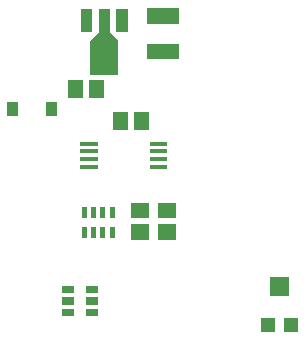
<source format=gbr>
G04 start of page 11 for group -4015 idx -4015 *
G04 Title: (unknown), toppaste *
G04 Creator: pcb 20140316 *
G04 CreationDate: Tue 10 May 2016 09:14:39 AM GMT UTC *
G04 For: ndholmes *
G04 Format: Gerber/RS-274X *
G04 PCB-Dimensions (mil): 1500.00 1250.00 *
G04 PCB-Coordinate-Origin: lower left *
%MOIN*%
%FSLAX25Y25*%
%LNTOPPASTE*%
%ADD94R,0.0630X0.0630*%
%ADD93R,0.0470X0.0470*%
%ADD92R,0.0240X0.0240*%
%ADD91R,0.0130X0.0130*%
%ADD90C,0.0001*%
%ADD89R,0.0945X0.0945*%
%ADD88R,0.0378X0.0378*%
%ADD87R,0.0360X0.0360*%
%ADD86R,0.0512X0.0512*%
%ADD85R,0.0167X0.0167*%
G54D85*X53724Y52783D02*Y50913D01*
X50575Y52783D02*Y50913D01*
X47425Y52783D02*Y50913D01*
X44276Y52783D02*Y50913D01*
Y46087D02*Y44217D01*
X47425Y46087D02*Y44217D01*
X50575Y46087D02*Y44217D01*
X53724Y46087D02*Y44217D01*
G54D86*X63543Y82893D02*Y82107D01*
X56457Y82893D02*Y82107D01*
G54D87*X20500Y87100D02*Y85900D01*
X33400Y87100D02*Y85900D01*
G54D86*X67745Y117405D02*X73255D01*
X67745Y105595D02*X73255D01*
X41457Y93393D02*Y92607D01*
X48543Y93393D02*Y92607D01*
G54D88*X56906Y117984D02*Y113890D01*
X51000Y117984D02*Y106174D01*
G54D89*Y104440D02*Y102550D01*
G54D90*G36*
X52885Y112005D02*X55725Y109165D01*
X54305Y107745D01*
X51465Y110585D01*
X52885Y112005D01*
G37*
G36*
X46275Y109165D02*X49115Y112005D01*
X50535Y110585D01*
X47695Y107745D01*
X46275Y109165D01*
G37*
G54D88*X45094Y117984D02*Y113890D01*
G54D91*X43583Y74838D02*X48189D01*
X43583Y72279D02*X48189D01*
X43583Y69721D02*X48189D01*
X43583Y67162D02*X48189D01*
X66811D02*X71417D01*
X66811Y69721D02*X71417D01*
X66811Y72279D02*X71417D01*
X66811Y74838D02*X71417D01*
G54D86*X62607Y45457D02*X63393D01*
X62607Y52543D02*X63393D01*
G54D92*X46200Y18500D02*X47800D01*
X46200Y22400D02*X47800D01*
X46200Y26300D02*X47800D01*
X38000D02*X39600D01*
X38000Y22400D02*X39600D01*
X38000Y18500D02*X39600D01*
G54D86*X71607Y52543D02*X72393D01*
X71607Y45457D02*X72393D01*
G54D93*X105599Y14450D02*X105600D01*
X113400D02*X113401D01*
G54D94*X109500Y27250D02*X109501D01*
M02*

</source>
